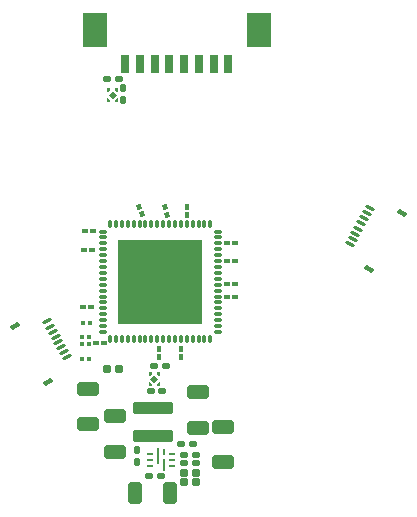
<source format=gbp>
G04*
G04 #@! TF.GenerationSoftware,Altium Limited,Altium Designer,21.6.1 (37)*
G04*
G04 Layer_Color=128*
%FSLAX25Y25*%
%MOIN*%
G70*
G04*
G04 #@! TF.SameCoordinates,7A2AF629-CEF6-4696-9375-0D09EAA51E4D*
G04*
G04*
G04 #@! TF.FilePolarity,Positive*
G04*
G01*
G75*
%ADD28R,0.00787X0.00787*%
%ADD29R,0.00394X0.00394*%
G04:AMPARAMS|DCode=30|XSize=23.62mil|YSize=23.62mil|CornerRadius=2.36mil|HoleSize=0mil|Usage=FLASHONLY|Rotation=90.000|XOffset=0mil|YOffset=0mil|HoleType=Round|Shape=RoundedRectangle|*
%AMROUNDEDRECTD30*
21,1,0.02362,0.01890,0,0,90.0*
21,1,0.01890,0.02362,0,0,90.0*
1,1,0.00472,0.00945,0.00945*
1,1,0.00472,0.00945,-0.00945*
1,1,0.00472,-0.00945,-0.00945*
1,1,0.00472,-0.00945,0.00945*
%
%ADD30ROUNDEDRECTD30*%
%ADD31R,0.01654X0.01890*%
%ADD32R,0.01890X0.01654*%
G04:AMPARAMS|DCode=40|XSize=19.68mil|YSize=23.62mil|CornerRadius=1.97mil|HoleSize=0mil|Usage=FLASHONLY|Rotation=270.000|XOffset=0mil|YOffset=0mil|HoleType=Round|Shape=RoundedRectangle|*
%AMROUNDEDRECTD40*
21,1,0.01968,0.01968,0,0,270.0*
21,1,0.01575,0.02362,0,0,270.0*
1,1,0.00394,-0.00984,-0.00787*
1,1,0.00394,-0.00984,0.00787*
1,1,0.00394,0.00984,0.00787*
1,1,0.00394,0.00984,-0.00787*
%
%ADD40ROUNDEDRECTD40*%
G04:AMPARAMS|DCode=41|XSize=19.68mil|YSize=23.62mil|CornerRadius=1.97mil|HoleSize=0mil|Usage=FLASHONLY|Rotation=0.000|XOffset=0mil|YOffset=0mil|HoleType=Round|Shape=RoundedRectangle|*
%AMROUNDEDRECTD41*
21,1,0.01968,0.01968,0,0,0.0*
21,1,0.01575,0.02362,0,0,0.0*
1,1,0.00394,0.00787,-0.00984*
1,1,0.00394,-0.00787,-0.00984*
1,1,0.00394,-0.00787,0.00984*
1,1,0.00394,0.00787,0.00984*
%
%ADD41ROUNDEDRECTD41*%
%ADD96O,0.03150X0.01181*%
%ADD97O,0.01181X0.03150*%
%ADD98R,0.28268X0.28268*%
%ADD99R,0.08268X0.11811*%
%ADD100R,0.03150X0.06299*%
G04:AMPARAMS|DCode=101|XSize=15.75mil|YSize=31.5mil|CornerRadius=0mil|HoleSize=0mil|Usage=FLASHONLY|Rotation=120.000|XOffset=0mil|YOffset=0mil|HoleType=Round|Shape=Rectangle|*
%AMROTATEDRECTD101*
4,1,4,0.01758,0.00105,-0.00970,-0.01469,-0.01758,-0.00105,0.00970,0.01469,0.01758,0.00105,0.0*
%
%ADD101ROTATEDRECTD101*%

G04:AMPARAMS|DCode=102|XSize=11.81mil|YSize=31.5mil|CornerRadius=0mil|HoleSize=0mil|Usage=FLASHONLY|Rotation=120.000|XOffset=0mil|YOffset=0mil|HoleType=Round|Shape=Rectangle|*
%AMROTATEDRECTD102*
4,1,4,0.01659,0.00276,-0.01069,-0.01299,-0.01659,-0.00276,0.01069,0.01299,0.01659,0.00276,0.0*
%
%ADD102ROTATEDRECTD102*%

G04:AMPARAMS|DCode=103|XSize=70.87mil|YSize=45.28mil|CornerRadius=5.66mil|HoleSize=0mil|Usage=FLASHONLY|Rotation=180.000|XOffset=0mil|YOffset=0mil|HoleType=Round|Shape=RoundedRectangle|*
%AMROUNDEDRECTD103*
21,1,0.07087,0.03396,0,0,180.0*
21,1,0.05955,0.04528,0,0,180.0*
1,1,0.01132,-0.02977,0.01698*
1,1,0.01132,0.02977,0.01698*
1,1,0.01132,0.02977,-0.01698*
1,1,0.01132,-0.02977,-0.01698*
%
%ADD103ROUNDEDRECTD103*%
%ADD104R,0.01575X0.01378*%
G04:AMPARAMS|DCode=105|XSize=16.54mil|YSize=18.9mil|CornerRadius=0mil|HoleSize=0mil|Usage=FLASHONLY|Rotation=200.000|XOffset=0mil|YOffset=0mil|HoleType=Round|Shape=Rectangle|*
%AMROTATEDRECTD105*
4,1,4,0.00454,0.01171,0.01100,-0.00605,-0.00454,-0.01171,-0.01100,0.00605,0.00454,0.01171,0.0*
%
%ADD105ROTATEDRECTD105*%

G04:AMPARAMS|DCode=106|XSize=15.75mil|YSize=31.5mil|CornerRadius=0mil|HoleSize=0mil|Usage=FLASHONLY|Rotation=240.000|XOffset=0mil|YOffset=0mil|HoleType=Round|Shape=Rectangle|*
%AMROTATEDRECTD106*
4,1,4,-0.00970,0.01469,0.01758,-0.00105,0.00970,-0.01469,-0.01758,0.00105,-0.00970,0.01469,0.0*
%
%ADD106ROTATEDRECTD106*%

G04:AMPARAMS|DCode=107|XSize=11.81mil|YSize=31.5mil|CornerRadius=0mil|HoleSize=0mil|Usage=FLASHONLY|Rotation=240.000|XOffset=0mil|YOffset=0mil|HoleType=Round|Shape=Rectangle|*
%AMROTATEDRECTD107*
4,1,4,-0.01069,0.01299,0.01659,-0.00276,0.01069,-0.01299,-0.01659,0.00276,-0.01069,0.01299,0.0*
%
%ADD107ROTATEDRECTD107*%

G04:AMPARAMS|DCode=108|XSize=21.65mil|YSize=9.84mil|CornerRadius=1.48mil|HoleSize=0mil|Usage=FLASHONLY|Rotation=180.000|XOffset=0mil|YOffset=0mil|HoleType=Round|Shape=RoundedRectangle|*
%AMROUNDEDRECTD108*
21,1,0.02165,0.00689,0,0,180.0*
21,1,0.01870,0.00984,0,0,180.0*
1,1,0.00295,-0.00935,0.00345*
1,1,0.00295,0.00935,0.00345*
1,1,0.00295,0.00935,-0.00345*
1,1,0.00295,-0.00935,-0.00345*
%
%ADD108ROUNDEDRECTD108*%
G04:AMPARAMS|DCode=109|XSize=9.84mil|YSize=21.65mil|CornerRadius=1.48mil|HoleSize=0mil|Usage=FLASHONLY|Rotation=180.000|XOffset=0mil|YOffset=0mil|HoleType=Round|Shape=RoundedRectangle|*
%AMROUNDEDRECTD109*
21,1,0.00984,0.01870,0,0,180.0*
21,1,0.00689,0.02165,0,0,180.0*
1,1,0.00295,-0.00345,0.00935*
1,1,0.00295,0.00345,0.00935*
1,1,0.00295,0.00345,-0.00935*
1,1,0.00295,-0.00345,-0.00935*
%
%ADD109ROUNDEDRECTD109*%
G04:AMPARAMS|DCode=110|XSize=9.84mil|YSize=51.18mil|CornerRadius=1.48mil|HoleSize=0mil|Usage=FLASHONLY|Rotation=180.000|XOffset=0mil|YOffset=0mil|HoleType=Round|Shape=RoundedRectangle|*
%AMROUNDEDRECTD110*
21,1,0.00984,0.04823,0,0,180.0*
21,1,0.00689,0.05118,0,0,180.0*
1,1,0.00295,-0.00345,0.02411*
1,1,0.00295,0.00345,0.02411*
1,1,0.00295,0.00345,-0.02411*
1,1,0.00295,-0.00345,-0.02411*
%
%ADD110ROUNDEDRECTD110*%
G04:AMPARAMS|DCode=111|XSize=9.84mil|YSize=39.37mil|CornerRadius=1.48mil|HoleSize=0mil|Usage=FLASHONLY|Rotation=180.000|XOffset=0mil|YOffset=0mil|HoleType=Round|Shape=RoundedRectangle|*
%AMROUNDEDRECTD111*
21,1,0.00984,0.03642,0,0,180.0*
21,1,0.00689,0.03937,0,0,180.0*
1,1,0.00295,-0.00345,0.01821*
1,1,0.00295,0.00345,0.01821*
1,1,0.00295,0.00345,-0.01821*
1,1,0.00295,-0.00345,-0.01821*
%
%ADD111ROUNDEDRECTD111*%
G04:AMPARAMS|DCode=112|XSize=39.37mil|YSize=133.86mil|CornerRadius=5.91mil|HoleSize=0mil|Usage=FLASHONLY|Rotation=90.000|XOffset=0mil|YOffset=0mil|HoleType=Round|Shape=RoundedRectangle|*
%AMROUNDEDRECTD112*
21,1,0.03937,0.12205,0,0,90.0*
21,1,0.02756,0.13386,0,0,90.0*
1,1,0.01181,0.06102,0.01378*
1,1,0.01181,0.06102,-0.01378*
1,1,0.01181,-0.06102,-0.01378*
1,1,0.01181,-0.06102,0.01378*
%
%ADD112ROUNDEDRECTD112*%
G04:AMPARAMS|DCode=113|XSize=70.87mil|YSize=45.28mil|CornerRadius=5.66mil|HoleSize=0mil|Usage=FLASHONLY|Rotation=270.000|XOffset=0mil|YOffset=0mil|HoleType=Round|Shape=RoundedRectangle|*
%AMROUNDEDRECTD113*
21,1,0.07087,0.03396,0,0,270.0*
21,1,0.05955,0.04528,0,0,270.0*
1,1,0.01132,-0.01698,-0.02977*
1,1,0.01132,-0.01698,0.02977*
1,1,0.01132,0.01698,0.02977*
1,1,0.01132,0.01698,-0.02977*
%
%ADD113ROUNDEDRECTD113*%
G36*
X-19626Y40337D02*
X-19902D01*
X-20610Y41045D01*
X-20610Y41754D01*
X-19626D01*
Y40337D01*
D02*
G37*
G36*
X-22185Y41045D02*
X-22894Y40337D01*
X-23169D01*
Y41754D01*
X-22185D01*
X-22185Y41045D01*
D02*
G37*
G36*
X-20061Y39353D02*
X-21398Y38016D01*
X-22734Y39353D01*
X-21398Y40689D01*
X-20061Y39353D01*
D02*
G37*
G36*
X-19626Y36951D02*
X-20610D01*
X-20610Y37660D01*
X-19902Y38368D01*
X-19626D01*
Y36951D01*
D02*
G37*
G36*
X-22185Y37660D02*
X-22185Y36951D01*
X-23169D01*
Y38368D01*
X-22894D01*
X-22185Y37660D01*
D02*
G37*
G36*
X-5689Y-54331D02*
X-5965D01*
X-6673Y-53622D01*
X-6673Y-52913D01*
X-5689D01*
Y-54331D01*
D02*
G37*
G36*
X-8248Y-53622D02*
X-8957Y-54331D01*
X-9232D01*
Y-52913D01*
X-8248D01*
X-8248Y-53622D01*
D02*
G37*
G36*
X-6124Y-55315D02*
X-7461Y-56651D01*
X-8797Y-55315D01*
X-7461Y-53979D01*
X-6124Y-55315D01*
D02*
G37*
G36*
X-5689Y-57716D02*
X-6673D01*
X-6673Y-57008D01*
X-5965Y-56299D01*
X-5689D01*
Y-57716D01*
D02*
G37*
G36*
X-8248Y-57008D02*
X-8248Y-57716D01*
X-9232D01*
Y-56299D01*
X-8957D01*
X-8248Y-57008D01*
D02*
G37*
D28*
X-21398Y39353D02*
D03*
X-7461Y-55315D02*
D03*
D29*
X-22677Y37660D02*
D03*
X-20118D02*
D03*
Y41045D02*
D03*
X-22677D02*
D03*
X-8740Y-57008D02*
D03*
X-6181D02*
D03*
Y-53622D02*
D03*
X-8740D02*
D03*
D30*
X-23327Y-51968D02*
D03*
X-19390D02*
D03*
X6496Y-89665D02*
D03*
X2559D02*
D03*
Y-86516D02*
D03*
X6496D02*
D03*
D31*
X-5906Y-47756D02*
D03*
Y-45158D02*
D03*
X3543Y-512D02*
D03*
Y2087D02*
D03*
X1575Y-45158D02*
D03*
Y-47756D02*
D03*
D32*
X-26791Y-43307D02*
D03*
X-24193D02*
D03*
X16811Y-23622D02*
D03*
X19410D02*
D03*
X-28524Y-31201D02*
D03*
X-31122D02*
D03*
X16811Y-27953D02*
D03*
X19410D02*
D03*
X16811Y-15748D02*
D03*
X19410D02*
D03*
X16811Y-9843D02*
D03*
X19410D02*
D03*
X-28228Y-12205D02*
D03*
X-30827D02*
D03*
X-27835Y-6004D02*
D03*
X-30433D02*
D03*
D40*
X-19331Y44687D02*
D03*
X-23268D02*
D03*
X-3642Y-50886D02*
D03*
X-7579D02*
D03*
X1378Y-77067D02*
D03*
X5315D02*
D03*
X2559Y-80610D02*
D03*
X6496D02*
D03*
Y-83366D02*
D03*
X2559D02*
D03*
X-9252Y-87697D02*
D03*
X-5315D02*
D03*
X-8740Y-59331D02*
D03*
X-4803D02*
D03*
D41*
X-17854Y41833D02*
D03*
Y37896D02*
D03*
X-13189Y-79035D02*
D03*
Y-82972D02*
D03*
D96*
X-24705Y-39567D02*
D03*
Y-37598D02*
D03*
Y-35630D02*
D03*
Y-33661D02*
D03*
Y-31693D02*
D03*
Y-29724D02*
D03*
Y-27756D02*
D03*
Y-25787D02*
D03*
Y-23819D02*
D03*
Y-21850D02*
D03*
Y-19882D02*
D03*
Y-17913D02*
D03*
Y-15945D02*
D03*
Y-13976D02*
D03*
Y-12008D02*
D03*
Y-10039D02*
D03*
Y-8071D02*
D03*
Y-6102D02*
D03*
X13681D02*
D03*
Y-8071D02*
D03*
Y-10039D02*
D03*
Y-12008D02*
D03*
Y-13976D02*
D03*
Y-15945D02*
D03*
Y-17913D02*
D03*
Y-19882D02*
D03*
Y-21850D02*
D03*
Y-23819D02*
D03*
Y-25787D02*
D03*
Y-27756D02*
D03*
Y-29724D02*
D03*
Y-31693D02*
D03*
Y-33661D02*
D03*
Y-35630D02*
D03*
Y-37598D02*
D03*
Y-39567D02*
D03*
D97*
X-22244Y-3642D02*
D03*
X-20276D02*
D03*
X-18307D02*
D03*
X-16339D02*
D03*
X-14370D02*
D03*
X-12402D02*
D03*
X-10433D02*
D03*
X-8465D02*
D03*
X-6496D02*
D03*
X-4528D02*
D03*
X-2559D02*
D03*
X-591D02*
D03*
X1378D02*
D03*
X3347D02*
D03*
X5315D02*
D03*
X7283D02*
D03*
X9252D02*
D03*
X11220D02*
D03*
Y-42028D02*
D03*
X9252D02*
D03*
X7283D02*
D03*
X5315D02*
D03*
X3347D02*
D03*
X1378D02*
D03*
X-591D02*
D03*
X-2559D02*
D03*
X-4528D02*
D03*
X-6496D02*
D03*
X-8465D02*
D03*
X-10433D02*
D03*
X-12402D02*
D03*
X-14370D02*
D03*
X-16339D02*
D03*
X-18307D02*
D03*
X-20276D02*
D03*
X-22244D02*
D03*
D98*
X-5512Y-22835D02*
D03*
D99*
X27264Y61221D02*
D03*
X-27264D02*
D03*
D100*
X17224Y49803D02*
D03*
X12303D02*
D03*
X7382D02*
D03*
X2461D02*
D03*
X-2461D02*
D03*
X-7382D02*
D03*
X-12303D02*
D03*
X-17224D02*
D03*
D101*
X-53839Y-37573D02*
D03*
X-43012Y-56325D02*
D03*
D102*
X-43346Y-36061D02*
D03*
X-42362Y-37766D02*
D03*
X-41378Y-39470D02*
D03*
X-40393Y-41175D02*
D03*
X-39409Y-42880D02*
D03*
X-38425Y-44585D02*
D03*
X-37441Y-46290D02*
D03*
X-36457Y-47994D02*
D03*
D103*
X-29724Y-58563D02*
D03*
Y-70374D02*
D03*
X7087Y-71555D02*
D03*
Y-59744D02*
D03*
X-20669Y-79528D02*
D03*
Y-67716D02*
D03*
X15453Y-83071D02*
D03*
Y-71260D02*
D03*
D104*
X-31398Y-36614D02*
D03*
X-29035D02*
D03*
X-29232Y-48425D02*
D03*
X-31594D02*
D03*
X-31693Y-41339D02*
D03*
X-29331D02*
D03*
X-31693Y-43701D02*
D03*
X-29331D02*
D03*
D105*
X-3175Y-439D02*
D03*
X-4064Y2003D02*
D03*
X-11564Y-237D02*
D03*
X-12452Y2205D02*
D03*
D106*
X64173Y-18556D02*
D03*
X75000Y197D02*
D03*
D107*
X57618Y-10225D02*
D03*
X58602Y-8520D02*
D03*
X59586Y-6815D02*
D03*
X60571Y-5111D02*
D03*
X61555Y-3406D02*
D03*
X62539Y-1701D02*
D03*
X63523Y4D02*
D03*
X64508Y1709D02*
D03*
D108*
X-1673Y-84154D02*
D03*
Y-82185D02*
D03*
Y-80216D02*
D03*
X-8957Y-84154D02*
D03*
Y-82185D02*
D03*
Y-80216D02*
D03*
D109*
X-4331Y-79528D02*
D03*
D110*
X-6299Y-81004D02*
D03*
D111*
X-4331Y-83957D02*
D03*
D112*
X-8071Y-74252D02*
D03*
Y-64921D02*
D03*
D113*
X-2165Y-93209D02*
D03*
X-13976D02*
D03*
M02*

</source>
